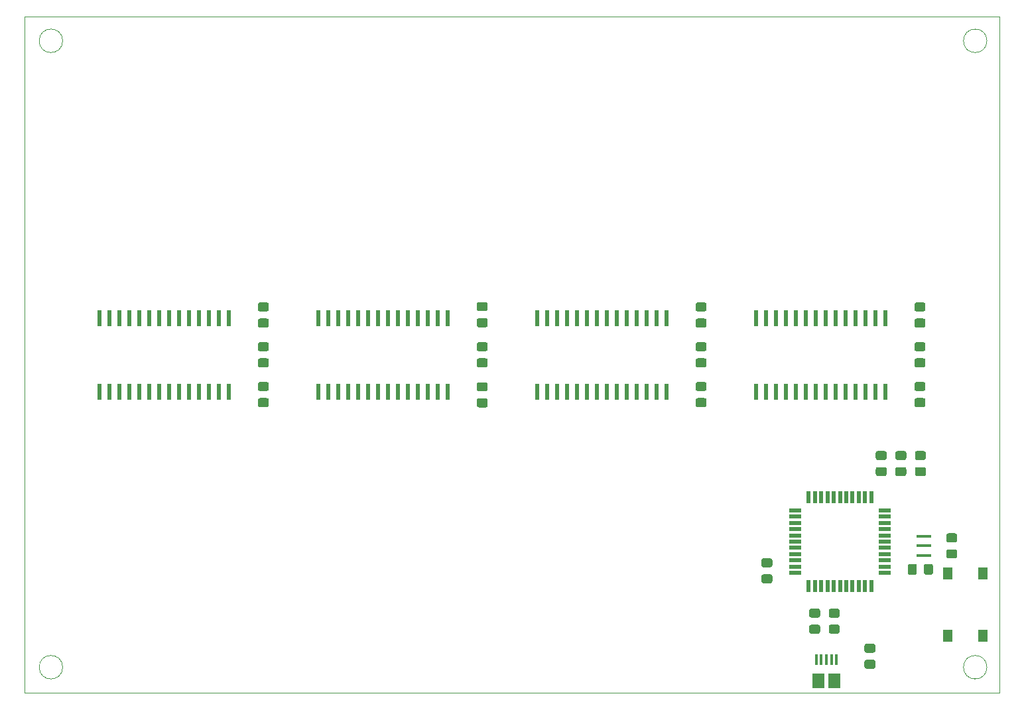
<source format=gbr>
%TF.GenerationSoftware,KiCad,Pcbnew,5.1.7+dfsg1-1~bpo10+1*%
%TF.CreationDate,2020-11-15T21:32:21+00:00*%
%TF.ProjectId,piggyback,70696767-7962-4616-936b-2e6b69636164,rev?*%
%TF.SameCoordinates,Original*%
%TF.FileFunction,Paste,Top*%
%TF.FilePolarity,Positive*%
%FSLAX45Y45*%
G04 Gerber Fmt 4.5, Leading zero omitted, Abs format (unit mm)*
G04 Created by KiCad (PCBNEW 5.1.7+dfsg1-1~bpo10+1) date 2020-11-15 21:32:21*
%MOMM*%
%LPD*%
G01*
G04 APERTURE LIST*
%TA.AperFunction,Profile*%
%ADD10C,0.050000*%
%TD*%
%ADD11R,1.500000X1.900000*%
%ADD12R,0.400000X1.350000*%
%ADD13R,0.550000X1.500000*%
%ADD14R,1.500000X0.550000*%
%ADD15R,0.600000X2.000000*%
%ADD16R,1.900000X0.400000*%
%ADD17R,1.300000X1.550000*%
G04 APERTURE END LIST*
D10*
X16350000Y-14150000D02*
G75*
G03*
X16350000Y-14150000I-150000J0D01*
G01*
X16350000Y-6150000D02*
G75*
G03*
X16350000Y-6150000I-150000J0D01*
G01*
X4550000Y-6150000D02*
G75*
G03*
X4550000Y-6150000I-150000J0D01*
G01*
X4550000Y-14150000D02*
G75*
G03*
X4550000Y-14150000I-150000J0D01*
G01*
X16510000Y-5842000D02*
X4064000Y-5842000D01*
X16510000Y-14478000D02*
X16510000Y-5842000D01*
X4064000Y-14478000D02*
X16510000Y-14478000D01*
X4064000Y-5842000D02*
X4064000Y-14478000D01*
G36*
G01*
X13495000Y-12760000D02*
X13585000Y-12760000D01*
G75*
G02*
X13610000Y-12785000I0J-25000D01*
G01*
X13610000Y-12850000D01*
G75*
G02*
X13585000Y-12875000I-25000J0D01*
G01*
X13495000Y-12875000D01*
G75*
G02*
X13470000Y-12850000I0J25000D01*
G01*
X13470000Y-12785000D01*
G75*
G02*
X13495000Y-12760000I25000J0D01*
G01*
G37*
G36*
G01*
X13495000Y-12965000D02*
X13585000Y-12965000D01*
G75*
G02*
X13610000Y-12990000I0J-25000D01*
G01*
X13610000Y-13055000D01*
G75*
G02*
X13585000Y-13080000I-25000J0D01*
G01*
X13495000Y-13080000D01*
G75*
G02*
X13470000Y-13055000I0J25000D01*
G01*
X13470000Y-12990000D01*
G75*
G02*
X13495000Y-12965000I25000J0D01*
G01*
G37*
D11*
X14400000Y-14323750D03*
D12*
X14235000Y-14053750D03*
X14170000Y-14053750D03*
X14430000Y-14053750D03*
X14365000Y-14053750D03*
X14300000Y-14053750D03*
D11*
X14200000Y-14323750D03*
G36*
G01*
X14355000Y-13607000D02*
X14445000Y-13607000D01*
G75*
G02*
X14470000Y-13632000I0J-25000D01*
G01*
X14470000Y-13697000D01*
G75*
G02*
X14445000Y-13722000I-25000J0D01*
G01*
X14355000Y-13722000D01*
G75*
G02*
X14330000Y-13697000I0J25000D01*
G01*
X14330000Y-13632000D01*
G75*
G02*
X14355000Y-13607000I25000J0D01*
G01*
G37*
G36*
G01*
X14355000Y-13402000D02*
X14445000Y-13402000D01*
G75*
G02*
X14470000Y-13427000I0J-25000D01*
G01*
X14470000Y-13492000D01*
G75*
G02*
X14445000Y-13517000I-25000J0D01*
G01*
X14355000Y-13517000D01*
G75*
G02*
X14330000Y-13492000I0J25000D01*
G01*
X14330000Y-13427000D01*
G75*
G02*
X14355000Y-13402000I25000J0D01*
G01*
G37*
G36*
G01*
X14105000Y-13402000D02*
X14195000Y-13402000D01*
G75*
G02*
X14220000Y-13427000I0J-25000D01*
G01*
X14220000Y-13492000D01*
G75*
G02*
X14195000Y-13517000I-25000J0D01*
G01*
X14105000Y-13517000D01*
G75*
G02*
X14080000Y-13492000I0J25000D01*
G01*
X14080000Y-13427000D01*
G75*
G02*
X14105000Y-13402000I25000J0D01*
G01*
G37*
G36*
G01*
X14105000Y-13607000D02*
X14195000Y-13607000D01*
G75*
G02*
X14220000Y-13632000I0J-25000D01*
G01*
X14220000Y-13697000D01*
G75*
G02*
X14195000Y-13722000I-25000J0D01*
G01*
X14105000Y-13722000D01*
G75*
G02*
X14080000Y-13697000I0J25000D01*
G01*
X14080000Y-13632000D01*
G75*
G02*
X14105000Y-13607000I25000J0D01*
G01*
G37*
G36*
G01*
X7067000Y-10508000D02*
X7157000Y-10508000D01*
G75*
G02*
X7182000Y-10533000I0J-25000D01*
G01*
X7182000Y-10598000D01*
G75*
G02*
X7157000Y-10623000I-25000J0D01*
G01*
X7067000Y-10623000D01*
G75*
G02*
X7042000Y-10598000I0J25000D01*
G01*
X7042000Y-10533000D01*
G75*
G02*
X7067000Y-10508000I25000J0D01*
G01*
G37*
G36*
G01*
X7067000Y-10713000D02*
X7157000Y-10713000D01*
G75*
G02*
X7182000Y-10738000I0J-25000D01*
G01*
X7182000Y-10803000D01*
G75*
G02*
X7157000Y-10828000I-25000J0D01*
G01*
X7067000Y-10828000D01*
G75*
G02*
X7042000Y-10803000I0J25000D01*
G01*
X7042000Y-10738000D01*
G75*
G02*
X7067000Y-10713000I25000J0D01*
G01*
G37*
G36*
G01*
X7067000Y-10205000D02*
X7157000Y-10205000D01*
G75*
G02*
X7182000Y-10230000I0J-25000D01*
G01*
X7182000Y-10295000D01*
G75*
G02*
X7157000Y-10320000I-25000J0D01*
G01*
X7067000Y-10320000D01*
G75*
G02*
X7042000Y-10295000I0J25000D01*
G01*
X7042000Y-10230000D01*
G75*
G02*
X7067000Y-10205000I25000J0D01*
G01*
G37*
G36*
G01*
X7067000Y-10000000D02*
X7157000Y-10000000D01*
G75*
G02*
X7182000Y-10025000I0J-25000D01*
G01*
X7182000Y-10090000D01*
G75*
G02*
X7157000Y-10115000I-25000J0D01*
G01*
X7067000Y-10115000D01*
G75*
G02*
X7042000Y-10090000I0J25000D01*
G01*
X7042000Y-10025000D01*
G75*
G02*
X7067000Y-10000000I25000J0D01*
G01*
G37*
G36*
G01*
X7067000Y-9492000D02*
X7157000Y-9492000D01*
G75*
G02*
X7182000Y-9517000I0J-25000D01*
G01*
X7182000Y-9582000D01*
G75*
G02*
X7157000Y-9607000I-25000J0D01*
G01*
X7067000Y-9607000D01*
G75*
G02*
X7042000Y-9582000I0J25000D01*
G01*
X7042000Y-9517000D01*
G75*
G02*
X7067000Y-9492000I25000J0D01*
G01*
G37*
G36*
G01*
X7067000Y-9697000D02*
X7157000Y-9697000D01*
G75*
G02*
X7182000Y-9722000I0J-25000D01*
G01*
X7182000Y-9787000D01*
G75*
G02*
X7157000Y-9812000I-25000J0D01*
G01*
X7067000Y-9812000D01*
G75*
G02*
X7042000Y-9787000I0J25000D01*
G01*
X7042000Y-9722000D01*
G75*
G02*
X7067000Y-9697000I25000J0D01*
G01*
G37*
D13*
X14074000Y-13116000D03*
X14154000Y-13116000D03*
X14234000Y-13116000D03*
X14314000Y-13116000D03*
X14394000Y-13116000D03*
X14474000Y-13116000D03*
X14554000Y-13116000D03*
X14634000Y-13116000D03*
X14714000Y-13116000D03*
X14794000Y-13116000D03*
X14874000Y-13116000D03*
D14*
X15044000Y-12946000D03*
X15044000Y-12866000D03*
X15044000Y-12786000D03*
X15044000Y-12706000D03*
X15044000Y-12626000D03*
X15044000Y-12546000D03*
X15044000Y-12466000D03*
X15044000Y-12386000D03*
X15044000Y-12306000D03*
X15044000Y-12226000D03*
X15044000Y-12146000D03*
D13*
X14874000Y-11976000D03*
X14794000Y-11976000D03*
X14714000Y-11976000D03*
X14634000Y-11976000D03*
X14554000Y-11976000D03*
X14474000Y-11976000D03*
X14394000Y-11976000D03*
X14314000Y-11976000D03*
X14234000Y-11976000D03*
X14154000Y-11976000D03*
X14074000Y-11976000D03*
D14*
X13904000Y-12146000D03*
X13904000Y-12226000D03*
X13904000Y-12306000D03*
X13904000Y-12386000D03*
X13904000Y-12466000D03*
X13904000Y-12546000D03*
X13904000Y-12626000D03*
X13904000Y-12706000D03*
X13904000Y-12786000D03*
X13904000Y-12866000D03*
X13904000Y-12946000D03*
D15*
X5016500Y-10630000D03*
X5143500Y-10630000D03*
X5270500Y-10630000D03*
X5397500Y-10630000D03*
X5524500Y-10630000D03*
X5651500Y-10630000D03*
X5778500Y-10630000D03*
X5905500Y-10630000D03*
X6032500Y-10630000D03*
X6159500Y-10630000D03*
X6286500Y-10630000D03*
X6413500Y-10630000D03*
X6540500Y-10630000D03*
X6667500Y-10630000D03*
X6667500Y-9690000D03*
X6540500Y-9690000D03*
X6413500Y-9690000D03*
X6286500Y-9690000D03*
X6159500Y-9690000D03*
X6032500Y-9690000D03*
X5905500Y-9690000D03*
X5778500Y-9690000D03*
X5651500Y-9690000D03*
X5524500Y-9690000D03*
X5397500Y-9690000D03*
X5270500Y-9690000D03*
X5143500Y-9690000D03*
X5016500Y-9690000D03*
D16*
X15540000Y-12480000D03*
X15540000Y-12600000D03*
X15540000Y-12720000D03*
G36*
G01*
X9861000Y-10512000D02*
X9951000Y-10512000D01*
G75*
G02*
X9976000Y-10537000I0J-25000D01*
G01*
X9976000Y-10602000D01*
G75*
G02*
X9951000Y-10627000I-25000J0D01*
G01*
X9861000Y-10627000D01*
G75*
G02*
X9836000Y-10602000I0J25000D01*
G01*
X9836000Y-10537000D01*
G75*
G02*
X9861000Y-10512000I25000J0D01*
G01*
G37*
G36*
G01*
X9861000Y-10717000D02*
X9951000Y-10717000D01*
G75*
G02*
X9976000Y-10742000I0J-25000D01*
G01*
X9976000Y-10807000D01*
G75*
G02*
X9951000Y-10832000I-25000J0D01*
G01*
X9861000Y-10832000D01*
G75*
G02*
X9836000Y-10807000I0J25000D01*
G01*
X9836000Y-10742000D01*
G75*
G02*
X9861000Y-10717000I25000J0D01*
G01*
G37*
G36*
G01*
X9861000Y-10205000D02*
X9951000Y-10205000D01*
G75*
G02*
X9976000Y-10230000I0J-25000D01*
G01*
X9976000Y-10295000D01*
G75*
G02*
X9951000Y-10320000I-25000J0D01*
G01*
X9861000Y-10320000D01*
G75*
G02*
X9836000Y-10295000I0J25000D01*
G01*
X9836000Y-10230000D01*
G75*
G02*
X9861000Y-10205000I25000J0D01*
G01*
G37*
G36*
G01*
X9861000Y-10000000D02*
X9951000Y-10000000D01*
G75*
G02*
X9976000Y-10025000I0J-25000D01*
G01*
X9976000Y-10090000D01*
G75*
G02*
X9951000Y-10115000I-25000J0D01*
G01*
X9861000Y-10115000D01*
G75*
G02*
X9836000Y-10090000I0J25000D01*
G01*
X9836000Y-10025000D01*
G75*
G02*
X9861000Y-10000000I25000J0D01*
G01*
G37*
G36*
G01*
X9861000Y-9488000D02*
X9951000Y-9488000D01*
G75*
G02*
X9976000Y-9513000I0J-25000D01*
G01*
X9976000Y-9578000D01*
G75*
G02*
X9951000Y-9603000I-25000J0D01*
G01*
X9861000Y-9603000D01*
G75*
G02*
X9836000Y-9578000I0J25000D01*
G01*
X9836000Y-9513000D01*
G75*
G02*
X9861000Y-9488000I25000J0D01*
G01*
G37*
G36*
G01*
X9861000Y-9693000D02*
X9951000Y-9693000D01*
G75*
G02*
X9976000Y-9718000I0J-25000D01*
G01*
X9976000Y-9783000D01*
G75*
G02*
X9951000Y-9808000I-25000J0D01*
G01*
X9861000Y-9808000D01*
G75*
G02*
X9836000Y-9783000I0J25000D01*
G01*
X9836000Y-9718000D01*
G75*
G02*
X9861000Y-9693000I25000J0D01*
G01*
G37*
G36*
G01*
X12655000Y-10713000D02*
X12745000Y-10713000D01*
G75*
G02*
X12770000Y-10738000I0J-25000D01*
G01*
X12770000Y-10803000D01*
G75*
G02*
X12745000Y-10828000I-25000J0D01*
G01*
X12655000Y-10828000D01*
G75*
G02*
X12630000Y-10803000I0J25000D01*
G01*
X12630000Y-10738000D01*
G75*
G02*
X12655000Y-10713000I25000J0D01*
G01*
G37*
G36*
G01*
X12655000Y-10508000D02*
X12745000Y-10508000D01*
G75*
G02*
X12770000Y-10533000I0J-25000D01*
G01*
X12770000Y-10598000D01*
G75*
G02*
X12745000Y-10623000I-25000J0D01*
G01*
X12655000Y-10623000D01*
G75*
G02*
X12630000Y-10598000I0J25000D01*
G01*
X12630000Y-10533000D01*
G75*
G02*
X12655000Y-10508000I25000J0D01*
G01*
G37*
G36*
G01*
X12655000Y-10000000D02*
X12745000Y-10000000D01*
G75*
G02*
X12770000Y-10025000I0J-25000D01*
G01*
X12770000Y-10090000D01*
G75*
G02*
X12745000Y-10115000I-25000J0D01*
G01*
X12655000Y-10115000D01*
G75*
G02*
X12630000Y-10090000I0J25000D01*
G01*
X12630000Y-10025000D01*
G75*
G02*
X12655000Y-10000000I25000J0D01*
G01*
G37*
G36*
G01*
X12655000Y-10205000D02*
X12745000Y-10205000D01*
G75*
G02*
X12770000Y-10230000I0J-25000D01*
G01*
X12770000Y-10295000D01*
G75*
G02*
X12745000Y-10320000I-25000J0D01*
G01*
X12655000Y-10320000D01*
G75*
G02*
X12630000Y-10295000I0J25000D01*
G01*
X12630000Y-10230000D01*
G75*
G02*
X12655000Y-10205000I25000J0D01*
G01*
G37*
G36*
G01*
X12655000Y-9697000D02*
X12745000Y-9697000D01*
G75*
G02*
X12770000Y-9722000I0J-25000D01*
G01*
X12770000Y-9787000D01*
G75*
G02*
X12745000Y-9812000I-25000J0D01*
G01*
X12655000Y-9812000D01*
G75*
G02*
X12630000Y-9787000I0J25000D01*
G01*
X12630000Y-9722000D01*
G75*
G02*
X12655000Y-9697000I25000J0D01*
G01*
G37*
G36*
G01*
X12655000Y-9492000D02*
X12745000Y-9492000D01*
G75*
G02*
X12770000Y-9517000I0J-25000D01*
G01*
X12770000Y-9582000D01*
G75*
G02*
X12745000Y-9607000I-25000J0D01*
G01*
X12655000Y-9607000D01*
G75*
G02*
X12630000Y-9582000I0J25000D01*
G01*
X12630000Y-9517000D01*
G75*
G02*
X12655000Y-9492000I25000J0D01*
G01*
G37*
G36*
G01*
X15449000Y-10508000D02*
X15539000Y-10508000D01*
G75*
G02*
X15564000Y-10533000I0J-25000D01*
G01*
X15564000Y-10598000D01*
G75*
G02*
X15539000Y-10623000I-25000J0D01*
G01*
X15449000Y-10623000D01*
G75*
G02*
X15424000Y-10598000I0J25000D01*
G01*
X15424000Y-10533000D01*
G75*
G02*
X15449000Y-10508000I25000J0D01*
G01*
G37*
G36*
G01*
X15449000Y-10713000D02*
X15539000Y-10713000D01*
G75*
G02*
X15564000Y-10738000I0J-25000D01*
G01*
X15564000Y-10803000D01*
G75*
G02*
X15539000Y-10828000I-25000J0D01*
G01*
X15449000Y-10828000D01*
G75*
G02*
X15424000Y-10803000I0J25000D01*
G01*
X15424000Y-10738000D01*
G75*
G02*
X15449000Y-10713000I25000J0D01*
G01*
G37*
G36*
G01*
X15449000Y-10205000D02*
X15539000Y-10205000D01*
G75*
G02*
X15564000Y-10230000I0J-25000D01*
G01*
X15564000Y-10295000D01*
G75*
G02*
X15539000Y-10320000I-25000J0D01*
G01*
X15449000Y-10320000D01*
G75*
G02*
X15424000Y-10295000I0J25000D01*
G01*
X15424000Y-10230000D01*
G75*
G02*
X15449000Y-10205000I25000J0D01*
G01*
G37*
G36*
G01*
X15449000Y-10000000D02*
X15539000Y-10000000D01*
G75*
G02*
X15564000Y-10025000I0J-25000D01*
G01*
X15564000Y-10090000D01*
G75*
G02*
X15539000Y-10115000I-25000J0D01*
G01*
X15449000Y-10115000D01*
G75*
G02*
X15424000Y-10090000I0J25000D01*
G01*
X15424000Y-10025000D01*
G75*
G02*
X15449000Y-10000000I25000J0D01*
G01*
G37*
G36*
G01*
X15449000Y-9492000D02*
X15539000Y-9492000D01*
G75*
G02*
X15564000Y-9517000I0J-25000D01*
G01*
X15564000Y-9582000D01*
G75*
G02*
X15539000Y-9607000I-25000J0D01*
G01*
X15449000Y-9607000D01*
G75*
G02*
X15424000Y-9582000I0J25000D01*
G01*
X15424000Y-9517000D01*
G75*
G02*
X15449000Y-9492000I25000J0D01*
G01*
G37*
G36*
G01*
X15449000Y-9697000D02*
X15539000Y-9697000D01*
G75*
G02*
X15564000Y-9722000I0J-25000D01*
G01*
X15564000Y-9787000D01*
G75*
G02*
X15539000Y-9812000I-25000J0D01*
G01*
X15449000Y-9812000D01*
G75*
G02*
X15424000Y-9787000I0J25000D01*
G01*
X15424000Y-9722000D01*
G75*
G02*
X15449000Y-9697000I25000J0D01*
G01*
G37*
D15*
X7810500Y-10630000D03*
X7937500Y-10630000D03*
X8064500Y-10630000D03*
X8191500Y-10630000D03*
X8318500Y-10630000D03*
X8445500Y-10630000D03*
X8572500Y-10630000D03*
X8699500Y-10630000D03*
X8826500Y-10630000D03*
X8953500Y-10630000D03*
X9080500Y-10630000D03*
X9207500Y-10630000D03*
X9334500Y-10630000D03*
X9461500Y-10630000D03*
X9461500Y-9690000D03*
X9334500Y-9690000D03*
X9207500Y-9690000D03*
X9080500Y-9690000D03*
X8953500Y-9690000D03*
X8826500Y-9690000D03*
X8699500Y-9690000D03*
X8572500Y-9690000D03*
X8445500Y-9690000D03*
X8318500Y-9690000D03*
X8191500Y-9690000D03*
X8064500Y-9690000D03*
X7937500Y-9690000D03*
X7810500Y-9690000D03*
X10604500Y-9690000D03*
X10731500Y-9690000D03*
X10858500Y-9690000D03*
X10985500Y-9690000D03*
X11112500Y-9690000D03*
X11239500Y-9690000D03*
X11366500Y-9690000D03*
X11493500Y-9690000D03*
X11620500Y-9690000D03*
X11747500Y-9690000D03*
X11874500Y-9690000D03*
X12001500Y-9690000D03*
X12128500Y-9690000D03*
X12255500Y-9690000D03*
X12255500Y-10630000D03*
X12128500Y-10630000D03*
X12001500Y-10630000D03*
X11874500Y-10630000D03*
X11747500Y-10630000D03*
X11620500Y-10630000D03*
X11493500Y-10630000D03*
X11366500Y-10630000D03*
X11239500Y-10630000D03*
X11112500Y-10630000D03*
X10985500Y-10630000D03*
X10858500Y-10630000D03*
X10731500Y-10630000D03*
X10604500Y-10630000D03*
X13398500Y-10630000D03*
X13525500Y-10630000D03*
X13652500Y-10630000D03*
X13779500Y-10630000D03*
X13906500Y-10630000D03*
X14033500Y-10630000D03*
X14160500Y-10630000D03*
X14287500Y-10630000D03*
X14414500Y-10630000D03*
X14541500Y-10630000D03*
X14668500Y-10630000D03*
X14795500Y-10630000D03*
X14922500Y-10630000D03*
X15049500Y-10630000D03*
X15049500Y-9690000D03*
X14922500Y-9690000D03*
X14795500Y-9690000D03*
X14668500Y-9690000D03*
X14541500Y-9690000D03*
X14414500Y-9690000D03*
X14287500Y-9690000D03*
X14160500Y-9690000D03*
X14033500Y-9690000D03*
X13906500Y-9690000D03*
X13779500Y-9690000D03*
X13652500Y-9690000D03*
X13525500Y-9690000D03*
X13398500Y-9690000D03*
G36*
G01*
X15660000Y-12855000D02*
X15660000Y-12945000D01*
G75*
G02*
X15635000Y-12970000I-25000J0D01*
G01*
X15570000Y-12970000D01*
G75*
G02*
X15545000Y-12945000I0J25000D01*
G01*
X15545000Y-12855000D01*
G75*
G02*
X15570000Y-12830000I25000J0D01*
G01*
X15635000Y-12830000D01*
G75*
G02*
X15660000Y-12855000I0J-25000D01*
G01*
G37*
G36*
G01*
X15455000Y-12855000D02*
X15455000Y-12945000D01*
G75*
G02*
X15430000Y-12970000I-25000J0D01*
G01*
X15365000Y-12970000D01*
G75*
G02*
X15340000Y-12945000I0J25000D01*
G01*
X15340000Y-12855000D01*
G75*
G02*
X15365000Y-12830000I25000J0D01*
G01*
X15430000Y-12830000D01*
G75*
G02*
X15455000Y-12855000I0J-25000D01*
G01*
G37*
G36*
G01*
X15545000Y-11710000D02*
X15455000Y-11710000D01*
G75*
G02*
X15430000Y-11685000I0J25000D01*
G01*
X15430000Y-11620000D01*
G75*
G02*
X15455000Y-11595000I25000J0D01*
G01*
X15545000Y-11595000D01*
G75*
G02*
X15570000Y-11620000I0J-25000D01*
G01*
X15570000Y-11685000D01*
G75*
G02*
X15545000Y-11710000I-25000J0D01*
G01*
G37*
G36*
G01*
X15545000Y-11505000D02*
X15455000Y-11505000D01*
G75*
G02*
X15430000Y-11480000I0J25000D01*
G01*
X15430000Y-11415000D01*
G75*
G02*
X15455000Y-11390000I25000J0D01*
G01*
X15545000Y-11390000D01*
G75*
G02*
X15570000Y-11415000I0J-25000D01*
G01*
X15570000Y-11480000D01*
G75*
G02*
X15545000Y-11505000I-25000J0D01*
G01*
G37*
G36*
G01*
X15945000Y-12760000D02*
X15855000Y-12760000D01*
G75*
G02*
X15830000Y-12735000I0J25000D01*
G01*
X15830000Y-12670000D01*
G75*
G02*
X15855000Y-12645000I25000J0D01*
G01*
X15945000Y-12645000D01*
G75*
G02*
X15970000Y-12670000I0J-25000D01*
G01*
X15970000Y-12735000D01*
G75*
G02*
X15945000Y-12760000I-25000J0D01*
G01*
G37*
G36*
G01*
X15945000Y-12555000D02*
X15855000Y-12555000D01*
G75*
G02*
X15830000Y-12530000I0J25000D01*
G01*
X15830000Y-12465000D01*
G75*
G02*
X15855000Y-12440000I25000J0D01*
G01*
X15945000Y-12440000D01*
G75*
G02*
X15970000Y-12465000I0J-25000D01*
G01*
X15970000Y-12530000D01*
G75*
G02*
X15945000Y-12555000I-25000J0D01*
G01*
G37*
G36*
G01*
X15295000Y-11710000D02*
X15205000Y-11710000D01*
G75*
G02*
X15180000Y-11685000I0J25000D01*
G01*
X15180000Y-11620000D01*
G75*
G02*
X15205000Y-11595000I25000J0D01*
G01*
X15295000Y-11595000D01*
G75*
G02*
X15320000Y-11620000I0J-25000D01*
G01*
X15320000Y-11685000D01*
G75*
G02*
X15295000Y-11710000I-25000J0D01*
G01*
G37*
G36*
G01*
X15295000Y-11505000D02*
X15205000Y-11505000D01*
G75*
G02*
X15180000Y-11480000I0J25000D01*
G01*
X15180000Y-11415000D01*
G75*
G02*
X15205000Y-11390000I25000J0D01*
G01*
X15295000Y-11390000D01*
G75*
G02*
X15320000Y-11415000I0J-25000D01*
G01*
X15320000Y-11480000D01*
G75*
G02*
X15295000Y-11505000I-25000J0D01*
G01*
G37*
G36*
G01*
X14955000Y-11390000D02*
X15045000Y-11390000D01*
G75*
G02*
X15070000Y-11415000I0J-25000D01*
G01*
X15070000Y-11480000D01*
G75*
G02*
X15045000Y-11505000I-25000J0D01*
G01*
X14955000Y-11505000D01*
G75*
G02*
X14930000Y-11480000I0J25000D01*
G01*
X14930000Y-11415000D01*
G75*
G02*
X14955000Y-11390000I25000J0D01*
G01*
G37*
G36*
G01*
X14955000Y-11595000D02*
X15045000Y-11595000D01*
G75*
G02*
X15070000Y-11620000I0J-25000D01*
G01*
X15070000Y-11685000D01*
G75*
G02*
X15045000Y-11710000I-25000J0D01*
G01*
X14955000Y-11710000D01*
G75*
G02*
X14930000Y-11685000I0J25000D01*
G01*
X14930000Y-11620000D01*
G75*
G02*
X14955000Y-11595000I25000J0D01*
G01*
G37*
G36*
G01*
X14900000Y-14170000D02*
X14810000Y-14170000D01*
G75*
G02*
X14785000Y-14145000I0J25000D01*
G01*
X14785000Y-14080000D01*
G75*
G02*
X14810000Y-14055000I25000J0D01*
G01*
X14900000Y-14055000D01*
G75*
G02*
X14925000Y-14080000I0J-25000D01*
G01*
X14925000Y-14145000D01*
G75*
G02*
X14900000Y-14170000I-25000J0D01*
G01*
G37*
G36*
G01*
X14900000Y-13965000D02*
X14810000Y-13965000D01*
G75*
G02*
X14785000Y-13940000I0J25000D01*
G01*
X14785000Y-13875000D01*
G75*
G02*
X14810000Y-13850000I25000J0D01*
G01*
X14900000Y-13850000D01*
G75*
G02*
X14925000Y-13875000I0J-25000D01*
G01*
X14925000Y-13940000D01*
G75*
G02*
X14900000Y-13965000I-25000J0D01*
G01*
G37*
D17*
X16300000Y-12952500D03*
X16300000Y-13747500D03*
X15850000Y-12952500D03*
X15850000Y-13747500D03*
M02*

</source>
